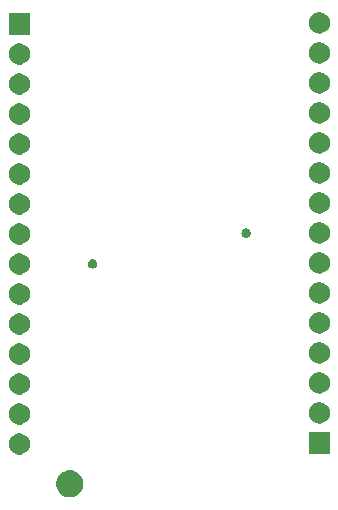
<source format=gbr>
G04 #@! TF.GenerationSoftware,KiCad,Pcbnew,(5.1.6)-1*
G04 #@! TF.CreationDate,2020-12-13T19:23:20+01:00*
G04 #@! TF.ProjectId,ACM Breakout,41434d20-4272-4656-916b-6f75742e6b69,rev?*
G04 #@! TF.SameCoordinates,Original*
G04 #@! TF.FileFunction,Soldermask,Bot*
G04 #@! TF.FilePolarity,Negative*
%FSLAX46Y46*%
G04 Gerber Fmt 4.6, Leading zero omitted, Abs format (unit mm)*
G04 Created by KiCad (PCBNEW (5.1.6)-1) date 2020-12-13 19:23:20*
%MOMM*%
%LPD*%
G01*
G04 APERTURE LIST*
%ADD10C,0.100000*%
G04 APERTURE END LIST*
D10*
G36*
X-8197451Y-18783116D02*
G01*
X-8086266Y-18805232D01*
X-7876797Y-18891997D01*
X-7688280Y-19017960D01*
X-7527960Y-19178280D01*
X-7401997Y-19366797D01*
X-7315232Y-19576266D01*
X-7271000Y-19798636D01*
X-7271000Y-20025364D01*
X-7315232Y-20247734D01*
X-7401997Y-20457203D01*
X-7527960Y-20645720D01*
X-7688280Y-20806040D01*
X-7876797Y-20932003D01*
X-8086266Y-21018768D01*
X-8197451Y-21040884D01*
X-8308635Y-21063000D01*
X-8535365Y-21063000D01*
X-8646549Y-21040884D01*
X-8757734Y-21018768D01*
X-8967203Y-20932003D01*
X-9155720Y-20806040D01*
X-9316040Y-20645720D01*
X-9442003Y-20457203D01*
X-9528768Y-20247734D01*
X-9573000Y-20025364D01*
X-9573000Y-19798636D01*
X-9528768Y-19576266D01*
X-9442003Y-19366797D01*
X-9316040Y-19178280D01*
X-9155720Y-19017960D01*
X-8967203Y-18891997D01*
X-8757734Y-18805232D01*
X-8646549Y-18783116D01*
X-8535365Y-18761000D01*
X-8308635Y-18761000D01*
X-8197451Y-18783116D01*
G37*
G36*
X-12586488Y-15663927D02*
G01*
X-12437188Y-15693624D01*
X-12273216Y-15761544D01*
X-12125646Y-15860147D01*
X-12000147Y-15985646D01*
X-11901544Y-16133216D01*
X-11833624Y-16297188D01*
X-11799000Y-16471259D01*
X-11799000Y-16648741D01*
X-11833624Y-16822812D01*
X-11901544Y-16986784D01*
X-12000147Y-17134354D01*
X-12125646Y-17259853D01*
X-12273216Y-17358456D01*
X-12437188Y-17426376D01*
X-12586488Y-17456073D01*
X-12611258Y-17461000D01*
X-12788742Y-17461000D01*
X-12813512Y-17456073D01*
X-12962812Y-17426376D01*
X-13126784Y-17358456D01*
X-13274354Y-17259853D01*
X-13399853Y-17134354D01*
X-13498456Y-16986784D01*
X-13566376Y-16822812D01*
X-13601000Y-16648741D01*
X-13601000Y-16471259D01*
X-13566376Y-16297188D01*
X-13498456Y-16133216D01*
X-13399853Y-15985646D01*
X-13274354Y-15860147D01*
X-13126784Y-15761544D01*
X-12962812Y-15693624D01*
X-12813512Y-15663927D01*
X-12788742Y-15659000D01*
X-12611258Y-15659000D01*
X-12586488Y-15663927D01*
G37*
G36*
X13601000Y-17361000D02*
G01*
X11799000Y-17361000D01*
X11799000Y-15559000D01*
X13601000Y-15559000D01*
X13601000Y-17361000D01*
G37*
G36*
X-12598469Y-13121544D02*
G01*
X-12437188Y-13153624D01*
X-12273216Y-13221544D01*
X-12125646Y-13320147D01*
X-12000147Y-13445646D01*
X-11901544Y-13593216D01*
X-11833624Y-13757188D01*
X-11799000Y-13931259D01*
X-11799000Y-14108741D01*
X-11833624Y-14282812D01*
X-11901544Y-14446784D01*
X-12000147Y-14594354D01*
X-12125646Y-14719853D01*
X-12273216Y-14818456D01*
X-12437188Y-14886376D01*
X-12586488Y-14916073D01*
X-12611258Y-14921000D01*
X-12788742Y-14921000D01*
X-12813512Y-14916073D01*
X-12962812Y-14886376D01*
X-13126784Y-14818456D01*
X-13274354Y-14719853D01*
X-13399853Y-14594354D01*
X-13498456Y-14446784D01*
X-13566376Y-14282812D01*
X-13601000Y-14108741D01*
X-13601000Y-13931259D01*
X-13566376Y-13757188D01*
X-13498456Y-13593216D01*
X-13399853Y-13445646D01*
X-13274354Y-13320147D01*
X-13126784Y-13221544D01*
X-12962812Y-13153624D01*
X-12801531Y-13121544D01*
X-12788742Y-13119000D01*
X-12611258Y-13119000D01*
X-12598469Y-13121544D01*
G37*
G36*
X12813512Y-13023927D02*
G01*
X12962812Y-13053624D01*
X13126784Y-13121544D01*
X13274354Y-13220147D01*
X13399853Y-13345646D01*
X13498456Y-13493216D01*
X13566376Y-13657188D01*
X13601000Y-13831259D01*
X13601000Y-14008741D01*
X13566376Y-14182812D01*
X13498456Y-14346784D01*
X13399853Y-14494354D01*
X13274354Y-14619853D01*
X13126784Y-14718456D01*
X12962812Y-14786376D01*
X12813512Y-14816073D01*
X12788742Y-14821000D01*
X12611258Y-14821000D01*
X12586488Y-14816073D01*
X12437188Y-14786376D01*
X12273216Y-14718456D01*
X12125646Y-14619853D01*
X12000147Y-14494354D01*
X11901544Y-14346784D01*
X11833624Y-14182812D01*
X11799000Y-14008741D01*
X11799000Y-13831259D01*
X11833624Y-13657188D01*
X11901544Y-13493216D01*
X12000147Y-13345646D01*
X12125646Y-13220147D01*
X12273216Y-13121544D01*
X12437188Y-13053624D01*
X12586488Y-13023927D01*
X12611258Y-13019000D01*
X12788742Y-13019000D01*
X12813512Y-13023927D01*
G37*
G36*
X-12598469Y-10581544D02*
G01*
X-12437188Y-10613624D01*
X-12273216Y-10681544D01*
X-12125646Y-10780147D01*
X-12000147Y-10905646D01*
X-11901544Y-11053216D01*
X-11833624Y-11217188D01*
X-11799000Y-11391259D01*
X-11799000Y-11568741D01*
X-11833624Y-11742812D01*
X-11901544Y-11906784D01*
X-12000147Y-12054354D01*
X-12125646Y-12179853D01*
X-12273216Y-12278456D01*
X-12437188Y-12346376D01*
X-12586488Y-12376073D01*
X-12611258Y-12381000D01*
X-12788742Y-12381000D01*
X-12813512Y-12376073D01*
X-12962812Y-12346376D01*
X-13126784Y-12278456D01*
X-13274354Y-12179853D01*
X-13399853Y-12054354D01*
X-13498456Y-11906784D01*
X-13566376Y-11742812D01*
X-13601000Y-11568741D01*
X-13601000Y-11391259D01*
X-13566376Y-11217188D01*
X-13498456Y-11053216D01*
X-13399853Y-10905646D01*
X-13274354Y-10780147D01*
X-13126784Y-10681544D01*
X-12962812Y-10613624D01*
X-12801531Y-10581544D01*
X-12788742Y-10579000D01*
X-12611258Y-10579000D01*
X-12598469Y-10581544D01*
G37*
G36*
X12813512Y-10483927D02*
G01*
X12962812Y-10513624D01*
X13126784Y-10581544D01*
X13274354Y-10680147D01*
X13399853Y-10805646D01*
X13498456Y-10953216D01*
X13566376Y-11117188D01*
X13601000Y-11291259D01*
X13601000Y-11468741D01*
X13566376Y-11642812D01*
X13498456Y-11806784D01*
X13399853Y-11954354D01*
X13274354Y-12079853D01*
X13126784Y-12178456D01*
X12962812Y-12246376D01*
X12813512Y-12276073D01*
X12788742Y-12281000D01*
X12611258Y-12281000D01*
X12586488Y-12276073D01*
X12437188Y-12246376D01*
X12273216Y-12178456D01*
X12125646Y-12079853D01*
X12000147Y-11954354D01*
X11901544Y-11806784D01*
X11833624Y-11642812D01*
X11799000Y-11468741D01*
X11799000Y-11291259D01*
X11833624Y-11117188D01*
X11901544Y-10953216D01*
X12000147Y-10805646D01*
X12125646Y-10680147D01*
X12273216Y-10581544D01*
X12437188Y-10513624D01*
X12586488Y-10483927D01*
X12611258Y-10479000D01*
X12788742Y-10479000D01*
X12813512Y-10483927D01*
G37*
G36*
X-12598469Y-8041544D02*
G01*
X-12437188Y-8073624D01*
X-12273216Y-8141544D01*
X-12125646Y-8240147D01*
X-12000147Y-8365646D01*
X-11901544Y-8513216D01*
X-11833624Y-8677188D01*
X-11799000Y-8851259D01*
X-11799000Y-9028741D01*
X-11833624Y-9202812D01*
X-11901544Y-9366784D01*
X-12000147Y-9514354D01*
X-12125646Y-9639853D01*
X-12273216Y-9738456D01*
X-12437188Y-9806376D01*
X-12586488Y-9836073D01*
X-12611258Y-9841000D01*
X-12788742Y-9841000D01*
X-12813512Y-9836073D01*
X-12962812Y-9806376D01*
X-13126784Y-9738456D01*
X-13274354Y-9639853D01*
X-13399853Y-9514354D01*
X-13498456Y-9366784D01*
X-13566376Y-9202812D01*
X-13601000Y-9028741D01*
X-13601000Y-8851259D01*
X-13566376Y-8677188D01*
X-13498456Y-8513216D01*
X-13399853Y-8365646D01*
X-13274354Y-8240147D01*
X-13126784Y-8141544D01*
X-12962812Y-8073624D01*
X-12801531Y-8041544D01*
X-12788742Y-8039000D01*
X-12611258Y-8039000D01*
X-12598469Y-8041544D01*
G37*
G36*
X12813512Y-7943927D02*
G01*
X12962812Y-7973624D01*
X13126784Y-8041544D01*
X13274354Y-8140147D01*
X13399853Y-8265646D01*
X13498456Y-8413216D01*
X13566376Y-8577188D01*
X13601000Y-8751259D01*
X13601000Y-8928741D01*
X13566376Y-9102812D01*
X13498456Y-9266784D01*
X13399853Y-9414354D01*
X13274354Y-9539853D01*
X13126784Y-9638456D01*
X12962812Y-9706376D01*
X12813512Y-9736073D01*
X12788742Y-9741000D01*
X12611258Y-9741000D01*
X12586488Y-9736073D01*
X12437188Y-9706376D01*
X12273216Y-9638456D01*
X12125646Y-9539853D01*
X12000147Y-9414354D01*
X11901544Y-9266784D01*
X11833624Y-9102812D01*
X11799000Y-8928741D01*
X11799000Y-8751259D01*
X11833624Y-8577188D01*
X11901544Y-8413216D01*
X12000147Y-8265646D01*
X12125646Y-8140147D01*
X12273216Y-8041544D01*
X12437188Y-7973624D01*
X12586488Y-7943927D01*
X12611258Y-7939000D01*
X12788742Y-7939000D01*
X12813512Y-7943927D01*
G37*
G36*
X-12598469Y-5501544D02*
G01*
X-12437188Y-5533624D01*
X-12273216Y-5601544D01*
X-12125646Y-5700147D01*
X-12000147Y-5825646D01*
X-11901544Y-5973216D01*
X-11833624Y-6137188D01*
X-11799000Y-6311259D01*
X-11799000Y-6488741D01*
X-11833624Y-6662812D01*
X-11901544Y-6826784D01*
X-12000147Y-6974354D01*
X-12125646Y-7099853D01*
X-12273216Y-7198456D01*
X-12437188Y-7266376D01*
X-12586488Y-7296073D01*
X-12611258Y-7301000D01*
X-12788742Y-7301000D01*
X-12813512Y-7296073D01*
X-12962812Y-7266376D01*
X-13126784Y-7198456D01*
X-13274354Y-7099853D01*
X-13399853Y-6974354D01*
X-13498456Y-6826784D01*
X-13566376Y-6662812D01*
X-13601000Y-6488741D01*
X-13601000Y-6311259D01*
X-13566376Y-6137188D01*
X-13498456Y-5973216D01*
X-13399853Y-5825646D01*
X-13274354Y-5700147D01*
X-13126784Y-5601544D01*
X-12962812Y-5533624D01*
X-12801531Y-5501544D01*
X-12788742Y-5499000D01*
X-12611258Y-5499000D01*
X-12598469Y-5501544D01*
G37*
G36*
X12813512Y-5403927D02*
G01*
X12962812Y-5433624D01*
X13126784Y-5501544D01*
X13274354Y-5600147D01*
X13399853Y-5725646D01*
X13498456Y-5873216D01*
X13566376Y-6037188D01*
X13601000Y-6211259D01*
X13601000Y-6388741D01*
X13566376Y-6562812D01*
X13498456Y-6726784D01*
X13399853Y-6874354D01*
X13274354Y-6999853D01*
X13126784Y-7098456D01*
X12962812Y-7166376D01*
X12813512Y-7196073D01*
X12788742Y-7201000D01*
X12611258Y-7201000D01*
X12586488Y-7196073D01*
X12437188Y-7166376D01*
X12273216Y-7098456D01*
X12125646Y-6999853D01*
X12000147Y-6874354D01*
X11901544Y-6726784D01*
X11833624Y-6562812D01*
X11799000Y-6388741D01*
X11799000Y-6211259D01*
X11833624Y-6037188D01*
X11901544Y-5873216D01*
X12000147Y-5725646D01*
X12125646Y-5600147D01*
X12273216Y-5501544D01*
X12437188Y-5433624D01*
X12586488Y-5403927D01*
X12611258Y-5399000D01*
X12788742Y-5399000D01*
X12813512Y-5403927D01*
G37*
G36*
X-12598469Y-2961544D02*
G01*
X-12437188Y-2993624D01*
X-12273216Y-3061544D01*
X-12125646Y-3160147D01*
X-12000147Y-3285646D01*
X-11901544Y-3433216D01*
X-11833624Y-3597188D01*
X-11799000Y-3771259D01*
X-11799000Y-3948741D01*
X-11833624Y-4122812D01*
X-11901544Y-4286784D01*
X-12000147Y-4434354D01*
X-12125646Y-4559853D01*
X-12273216Y-4658456D01*
X-12437188Y-4726376D01*
X-12586488Y-4756073D01*
X-12611258Y-4761000D01*
X-12788742Y-4761000D01*
X-12813512Y-4756073D01*
X-12962812Y-4726376D01*
X-13126784Y-4658456D01*
X-13274354Y-4559853D01*
X-13399853Y-4434354D01*
X-13498456Y-4286784D01*
X-13566376Y-4122812D01*
X-13601000Y-3948741D01*
X-13601000Y-3771259D01*
X-13566376Y-3597188D01*
X-13498456Y-3433216D01*
X-13399853Y-3285646D01*
X-13274354Y-3160147D01*
X-13126784Y-3061544D01*
X-12962812Y-2993624D01*
X-12801531Y-2961544D01*
X-12788742Y-2959000D01*
X-12611258Y-2959000D01*
X-12598469Y-2961544D01*
G37*
G36*
X12813512Y-2863927D02*
G01*
X12962812Y-2893624D01*
X13126784Y-2961544D01*
X13274354Y-3060147D01*
X13399853Y-3185646D01*
X13498456Y-3333216D01*
X13566376Y-3497188D01*
X13601000Y-3671259D01*
X13601000Y-3848741D01*
X13566376Y-4022812D01*
X13498456Y-4186784D01*
X13399853Y-4334354D01*
X13274354Y-4459853D01*
X13126784Y-4558456D01*
X12962812Y-4626376D01*
X12813512Y-4656073D01*
X12788742Y-4661000D01*
X12611258Y-4661000D01*
X12586488Y-4656073D01*
X12437188Y-4626376D01*
X12273216Y-4558456D01*
X12125646Y-4459853D01*
X12000147Y-4334354D01*
X11901544Y-4186784D01*
X11833624Y-4022812D01*
X11799000Y-3848741D01*
X11799000Y-3671259D01*
X11833624Y-3497188D01*
X11901544Y-3333216D01*
X12000147Y-3185646D01*
X12125646Y-3060147D01*
X12273216Y-2961544D01*
X12437188Y-2893624D01*
X12586488Y-2863927D01*
X12611258Y-2859000D01*
X12788742Y-2859000D01*
X12813512Y-2863927D01*
G37*
G36*
X-12598469Y-421544D02*
G01*
X-12437188Y-453624D01*
X-12273216Y-521544D01*
X-12125646Y-620147D01*
X-12000147Y-745646D01*
X-11901544Y-893216D01*
X-11833624Y-1057188D01*
X-11799000Y-1231259D01*
X-11799000Y-1408741D01*
X-11833624Y-1582812D01*
X-11901544Y-1746784D01*
X-12000147Y-1894354D01*
X-12125646Y-2019853D01*
X-12273216Y-2118456D01*
X-12437188Y-2186376D01*
X-12586488Y-2216073D01*
X-12611258Y-2221000D01*
X-12788742Y-2221000D01*
X-12813512Y-2216073D01*
X-12962812Y-2186376D01*
X-13126784Y-2118456D01*
X-13274354Y-2019853D01*
X-13399853Y-1894354D01*
X-13498456Y-1746784D01*
X-13566376Y-1582812D01*
X-13601000Y-1408741D01*
X-13601000Y-1231259D01*
X-13566376Y-1057188D01*
X-13498456Y-893216D01*
X-13399853Y-745646D01*
X-13274354Y-620147D01*
X-13126784Y-521544D01*
X-12962812Y-453624D01*
X-12801531Y-421544D01*
X-12788742Y-419000D01*
X-12611258Y-419000D01*
X-12598469Y-421544D01*
G37*
G36*
X12813512Y-323927D02*
G01*
X12962812Y-353624D01*
X13126784Y-421544D01*
X13274354Y-520147D01*
X13399853Y-645646D01*
X13498456Y-793216D01*
X13566376Y-957188D01*
X13601000Y-1131259D01*
X13601000Y-1308741D01*
X13566376Y-1482812D01*
X13498456Y-1646784D01*
X13399853Y-1794354D01*
X13274354Y-1919853D01*
X13126784Y-2018456D01*
X12962812Y-2086376D01*
X12813512Y-2116073D01*
X12788742Y-2121000D01*
X12611258Y-2121000D01*
X12586488Y-2116073D01*
X12437188Y-2086376D01*
X12273216Y-2018456D01*
X12125646Y-1919853D01*
X12000147Y-1794354D01*
X11901544Y-1646784D01*
X11833624Y-1482812D01*
X11799000Y-1308741D01*
X11799000Y-1131259D01*
X11833624Y-957188D01*
X11901544Y-793216D01*
X12000147Y-645646D01*
X12125646Y-520147D01*
X12273216Y-421544D01*
X12437188Y-353624D01*
X12586488Y-323927D01*
X12611258Y-319000D01*
X12788742Y-319000D01*
X12813512Y-323927D01*
G37*
G36*
X-6421769Y-906705D02*
G01*
X-6383033Y-914410D01*
X-6352805Y-926931D01*
X-6310056Y-944638D01*
X-6244378Y-988523D01*
X-6188523Y-1044378D01*
X-6144638Y-1110056D01*
X-6114410Y-1183034D01*
X-6099000Y-1260504D01*
X-6099000Y-1339496D01*
X-6114410Y-1416966D01*
X-6144638Y-1489944D01*
X-6188523Y-1555622D01*
X-6244378Y-1611477D01*
X-6310056Y-1655362D01*
X-6352805Y-1673069D01*
X-6383033Y-1685590D01*
X-6421769Y-1693295D01*
X-6460504Y-1701000D01*
X-6539496Y-1701000D01*
X-6578231Y-1693295D01*
X-6616967Y-1685590D01*
X-6647195Y-1673069D01*
X-6689944Y-1655362D01*
X-6755622Y-1611477D01*
X-6811477Y-1555622D01*
X-6855362Y-1489944D01*
X-6885590Y-1416966D01*
X-6901000Y-1339496D01*
X-6901000Y-1260504D01*
X-6885590Y-1183034D01*
X-6855362Y-1110056D01*
X-6811477Y-1044378D01*
X-6755622Y-988523D01*
X-6689944Y-944638D01*
X-6647195Y-926931D01*
X-6616967Y-914410D01*
X-6578231Y-906705D01*
X-6539496Y-899000D01*
X-6460504Y-899000D01*
X-6421769Y-906705D01*
G37*
G36*
X-12598469Y2118456D02*
G01*
X-12437188Y2086376D01*
X-12273216Y2018456D01*
X-12125646Y1919853D01*
X-12000147Y1794354D01*
X-11901544Y1646784D01*
X-11833624Y1482812D01*
X-11799000Y1308741D01*
X-11799000Y1131259D01*
X-11833624Y957188D01*
X-11901544Y793216D01*
X-12000147Y645646D01*
X-12125646Y520147D01*
X-12273216Y421544D01*
X-12437188Y353624D01*
X-12586488Y323927D01*
X-12611258Y319000D01*
X-12788742Y319000D01*
X-12813512Y323927D01*
X-12962812Y353624D01*
X-13126784Y421544D01*
X-13274354Y520147D01*
X-13399853Y645646D01*
X-13498456Y793216D01*
X-13566376Y957188D01*
X-13601000Y1131259D01*
X-13601000Y1308741D01*
X-13566376Y1482812D01*
X-13498456Y1646784D01*
X-13399853Y1794354D01*
X-13274354Y1919853D01*
X-13126784Y2018456D01*
X-12962812Y2086376D01*
X-12801531Y2118456D01*
X-12788742Y2121000D01*
X-12611258Y2121000D01*
X-12598469Y2118456D01*
G37*
G36*
X12813512Y2216073D02*
G01*
X12962812Y2186376D01*
X13126784Y2118456D01*
X13274354Y2019853D01*
X13399853Y1894354D01*
X13498456Y1746784D01*
X13566376Y1582812D01*
X13601000Y1408741D01*
X13601000Y1231259D01*
X13566376Y1057188D01*
X13498456Y893216D01*
X13399853Y745646D01*
X13274354Y620147D01*
X13126784Y521544D01*
X12962812Y453624D01*
X12813512Y423927D01*
X12788742Y419000D01*
X12611258Y419000D01*
X12586488Y423927D01*
X12437188Y453624D01*
X12273216Y521544D01*
X12125646Y620147D01*
X12000147Y745646D01*
X11901544Y893216D01*
X11833624Y1057188D01*
X11799000Y1231259D01*
X11799000Y1408741D01*
X11833624Y1582812D01*
X11901544Y1746784D01*
X12000147Y1894354D01*
X12125646Y2019853D01*
X12273216Y2118456D01*
X12437188Y2186376D01*
X12586488Y2216073D01*
X12611258Y2221000D01*
X12788742Y2221000D01*
X12813512Y2216073D01*
G37*
G36*
X6578231Y1693295D02*
G01*
X6616967Y1685590D01*
X6647195Y1673069D01*
X6689944Y1655362D01*
X6755622Y1611477D01*
X6811477Y1555622D01*
X6855362Y1489944D01*
X6885590Y1416966D01*
X6901000Y1339496D01*
X6901000Y1260504D01*
X6885590Y1183034D01*
X6855362Y1110056D01*
X6811477Y1044378D01*
X6755622Y988523D01*
X6689944Y944638D01*
X6647195Y926931D01*
X6616967Y914410D01*
X6578231Y906705D01*
X6539496Y899000D01*
X6460504Y899000D01*
X6421769Y906705D01*
X6383033Y914410D01*
X6352805Y926931D01*
X6310056Y944638D01*
X6244378Y988523D01*
X6188523Y1044378D01*
X6144638Y1110056D01*
X6114410Y1183034D01*
X6099000Y1260504D01*
X6099000Y1339496D01*
X6114410Y1416966D01*
X6144638Y1489944D01*
X6188523Y1555622D01*
X6244378Y1611477D01*
X6310056Y1655362D01*
X6352805Y1673069D01*
X6383033Y1685590D01*
X6421769Y1693295D01*
X6460504Y1701000D01*
X6539496Y1701000D01*
X6578231Y1693295D01*
G37*
G36*
X-12598469Y4658456D02*
G01*
X-12437188Y4626376D01*
X-12273216Y4558456D01*
X-12125646Y4459853D01*
X-12000147Y4334354D01*
X-11901544Y4186784D01*
X-11833624Y4022812D01*
X-11799000Y3848741D01*
X-11799000Y3671259D01*
X-11833624Y3497188D01*
X-11901544Y3333216D01*
X-12000147Y3185646D01*
X-12125646Y3060147D01*
X-12273216Y2961544D01*
X-12437188Y2893624D01*
X-12586488Y2863927D01*
X-12611258Y2859000D01*
X-12788742Y2859000D01*
X-12813512Y2863927D01*
X-12962812Y2893624D01*
X-13126784Y2961544D01*
X-13274354Y3060147D01*
X-13399853Y3185646D01*
X-13498456Y3333216D01*
X-13566376Y3497188D01*
X-13601000Y3671259D01*
X-13601000Y3848741D01*
X-13566376Y4022812D01*
X-13498456Y4186784D01*
X-13399853Y4334354D01*
X-13274354Y4459853D01*
X-13126784Y4558456D01*
X-12962812Y4626376D01*
X-12801531Y4658456D01*
X-12788742Y4661000D01*
X-12611258Y4661000D01*
X-12598469Y4658456D01*
G37*
G36*
X12813512Y4756073D02*
G01*
X12962812Y4726376D01*
X13126784Y4658456D01*
X13274354Y4559853D01*
X13399853Y4434354D01*
X13498456Y4286784D01*
X13566376Y4122812D01*
X13601000Y3948741D01*
X13601000Y3771259D01*
X13566376Y3597188D01*
X13498456Y3433216D01*
X13399853Y3285646D01*
X13274354Y3160147D01*
X13126784Y3061544D01*
X12962812Y2993624D01*
X12813512Y2963927D01*
X12788742Y2959000D01*
X12611258Y2959000D01*
X12586488Y2963927D01*
X12437188Y2993624D01*
X12273216Y3061544D01*
X12125646Y3160147D01*
X12000147Y3285646D01*
X11901544Y3433216D01*
X11833624Y3597188D01*
X11799000Y3771259D01*
X11799000Y3948741D01*
X11833624Y4122812D01*
X11901544Y4286784D01*
X12000147Y4434354D01*
X12125646Y4559853D01*
X12273216Y4658456D01*
X12437188Y4726376D01*
X12586488Y4756073D01*
X12611258Y4761000D01*
X12788742Y4761000D01*
X12813512Y4756073D01*
G37*
G36*
X-12598469Y7198456D02*
G01*
X-12437188Y7166376D01*
X-12273216Y7098456D01*
X-12125646Y6999853D01*
X-12000147Y6874354D01*
X-11901544Y6726784D01*
X-11833624Y6562812D01*
X-11799000Y6388741D01*
X-11799000Y6211259D01*
X-11833624Y6037188D01*
X-11901544Y5873216D01*
X-12000147Y5725646D01*
X-12125646Y5600147D01*
X-12273216Y5501544D01*
X-12437188Y5433624D01*
X-12586488Y5403927D01*
X-12611258Y5399000D01*
X-12788742Y5399000D01*
X-12813512Y5403927D01*
X-12962812Y5433624D01*
X-13126784Y5501544D01*
X-13274354Y5600147D01*
X-13399853Y5725646D01*
X-13498456Y5873216D01*
X-13566376Y6037188D01*
X-13601000Y6211259D01*
X-13601000Y6388741D01*
X-13566376Y6562812D01*
X-13498456Y6726784D01*
X-13399853Y6874354D01*
X-13274354Y6999853D01*
X-13126784Y7098456D01*
X-12962812Y7166376D01*
X-12801531Y7198456D01*
X-12788742Y7201000D01*
X-12611258Y7201000D01*
X-12598469Y7198456D01*
G37*
G36*
X12813512Y7296073D02*
G01*
X12962812Y7266376D01*
X13126784Y7198456D01*
X13274354Y7099853D01*
X13399853Y6974354D01*
X13498456Y6826784D01*
X13566376Y6662812D01*
X13601000Y6488741D01*
X13601000Y6311259D01*
X13566376Y6137188D01*
X13498456Y5973216D01*
X13399853Y5825646D01*
X13274354Y5700147D01*
X13126784Y5601544D01*
X12962812Y5533624D01*
X12813512Y5503927D01*
X12788742Y5499000D01*
X12611258Y5499000D01*
X12586488Y5503927D01*
X12437188Y5533624D01*
X12273216Y5601544D01*
X12125646Y5700147D01*
X12000147Y5825646D01*
X11901544Y5973216D01*
X11833624Y6137188D01*
X11799000Y6311259D01*
X11799000Y6488741D01*
X11833624Y6662812D01*
X11901544Y6826784D01*
X12000147Y6974354D01*
X12125646Y7099853D01*
X12273216Y7198456D01*
X12437188Y7266376D01*
X12586488Y7296073D01*
X12611258Y7301000D01*
X12788742Y7301000D01*
X12813512Y7296073D01*
G37*
G36*
X-12598469Y9738456D02*
G01*
X-12437188Y9706376D01*
X-12273216Y9638456D01*
X-12125646Y9539853D01*
X-12000147Y9414354D01*
X-11901544Y9266784D01*
X-11833624Y9102812D01*
X-11799000Y8928741D01*
X-11799000Y8751259D01*
X-11833624Y8577188D01*
X-11901544Y8413216D01*
X-12000147Y8265646D01*
X-12125646Y8140147D01*
X-12273216Y8041544D01*
X-12437188Y7973624D01*
X-12586488Y7943927D01*
X-12611258Y7939000D01*
X-12788742Y7939000D01*
X-12813512Y7943927D01*
X-12962812Y7973624D01*
X-13126784Y8041544D01*
X-13274354Y8140147D01*
X-13399853Y8265646D01*
X-13498456Y8413216D01*
X-13566376Y8577188D01*
X-13601000Y8751259D01*
X-13601000Y8928741D01*
X-13566376Y9102812D01*
X-13498456Y9266784D01*
X-13399853Y9414354D01*
X-13274354Y9539853D01*
X-13126784Y9638456D01*
X-12962812Y9706376D01*
X-12801531Y9738456D01*
X-12788742Y9741000D01*
X-12611258Y9741000D01*
X-12598469Y9738456D01*
G37*
G36*
X12813512Y9836073D02*
G01*
X12962812Y9806376D01*
X13126784Y9738456D01*
X13274354Y9639853D01*
X13399853Y9514354D01*
X13498456Y9366784D01*
X13566376Y9202812D01*
X13601000Y9028741D01*
X13601000Y8851259D01*
X13566376Y8677188D01*
X13498456Y8513216D01*
X13399853Y8365646D01*
X13274354Y8240147D01*
X13126784Y8141544D01*
X12962812Y8073624D01*
X12813512Y8043927D01*
X12788742Y8039000D01*
X12611258Y8039000D01*
X12586488Y8043927D01*
X12437188Y8073624D01*
X12273216Y8141544D01*
X12125646Y8240147D01*
X12000147Y8365646D01*
X11901544Y8513216D01*
X11833624Y8677188D01*
X11799000Y8851259D01*
X11799000Y9028741D01*
X11833624Y9202812D01*
X11901544Y9366784D01*
X12000147Y9514354D01*
X12125646Y9639853D01*
X12273216Y9738456D01*
X12437188Y9806376D01*
X12586488Y9836073D01*
X12611258Y9841000D01*
X12788742Y9841000D01*
X12813512Y9836073D01*
G37*
G36*
X-12598469Y12278456D02*
G01*
X-12437188Y12246376D01*
X-12273216Y12178456D01*
X-12125646Y12079853D01*
X-12000147Y11954354D01*
X-11901544Y11806784D01*
X-11833624Y11642812D01*
X-11799000Y11468741D01*
X-11799000Y11291259D01*
X-11833624Y11117188D01*
X-11901544Y10953216D01*
X-12000147Y10805646D01*
X-12125646Y10680147D01*
X-12273216Y10581544D01*
X-12437188Y10513624D01*
X-12586488Y10483927D01*
X-12611258Y10479000D01*
X-12788742Y10479000D01*
X-12813512Y10483927D01*
X-12962812Y10513624D01*
X-13126784Y10581544D01*
X-13274354Y10680147D01*
X-13399853Y10805646D01*
X-13498456Y10953216D01*
X-13566376Y11117188D01*
X-13601000Y11291259D01*
X-13601000Y11468741D01*
X-13566376Y11642812D01*
X-13498456Y11806784D01*
X-13399853Y11954354D01*
X-13274354Y12079853D01*
X-13126784Y12178456D01*
X-12962812Y12246376D01*
X-12801531Y12278456D01*
X-12788742Y12281000D01*
X-12611258Y12281000D01*
X-12598469Y12278456D01*
G37*
G36*
X12813512Y12376073D02*
G01*
X12962812Y12346376D01*
X13126784Y12278456D01*
X13274354Y12179853D01*
X13399853Y12054354D01*
X13498456Y11906784D01*
X13566376Y11742812D01*
X13601000Y11568741D01*
X13601000Y11391259D01*
X13566376Y11217188D01*
X13498456Y11053216D01*
X13399853Y10905646D01*
X13274354Y10780147D01*
X13126784Y10681544D01*
X12962812Y10613624D01*
X12813512Y10583927D01*
X12788742Y10579000D01*
X12611258Y10579000D01*
X12586488Y10583927D01*
X12437188Y10613624D01*
X12273216Y10681544D01*
X12125646Y10780147D01*
X12000147Y10905646D01*
X11901544Y11053216D01*
X11833624Y11217188D01*
X11799000Y11391259D01*
X11799000Y11568741D01*
X11833624Y11742812D01*
X11901544Y11906784D01*
X12000147Y12054354D01*
X12125646Y12179853D01*
X12273216Y12278456D01*
X12437188Y12346376D01*
X12586488Y12376073D01*
X12611258Y12381000D01*
X12788742Y12381000D01*
X12813512Y12376073D01*
G37*
G36*
X-12598469Y14818456D02*
G01*
X-12437188Y14786376D01*
X-12273216Y14718456D01*
X-12125646Y14619853D01*
X-12000147Y14494354D01*
X-11901544Y14346784D01*
X-11833624Y14182812D01*
X-11799000Y14008741D01*
X-11799000Y13831259D01*
X-11833624Y13657188D01*
X-11901544Y13493216D01*
X-12000147Y13345646D01*
X-12125646Y13220147D01*
X-12273216Y13121544D01*
X-12437188Y13053624D01*
X-12586488Y13023927D01*
X-12611258Y13019000D01*
X-12788742Y13019000D01*
X-12813512Y13023927D01*
X-12962812Y13053624D01*
X-13126784Y13121544D01*
X-13274354Y13220147D01*
X-13399853Y13345646D01*
X-13498456Y13493216D01*
X-13566376Y13657188D01*
X-13601000Y13831259D01*
X-13601000Y14008741D01*
X-13566376Y14182812D01*
X-13498456Y14346784D01*
X-13399853Y14494354D01*
X-13274354Y14619853D01*
X-13126784Y14718456D01*
X-12962812Y14786376D01*
X-12801531Y14818456D01*
X-12788742Y14821000D01*
X-12611258Y14821000D01*
X-12598469Y14818456D01*
G37*
G36*
X12813512Y14916073D02*
G01*
X12962812Y14886376D01*
X13126784Y14818456D01*
X13274354Y14719853D01*
X13399853Y14594354D01*
X13498456Y14446784D01*
X13566376Y14282812D01*
X13601000Y14108741D01*
X13601000Y13931259D01*
X13566376Y13757188D01*
X13498456Y13593216D01*
X13399853Y13445646D01*
X13274354Y13320147D01*
X13126784Y13221544D01*
X12962812Y13153624D01*
X12813512Y13123927D01*
X12788742Y13119000D01*
X12611258Y13119000D01*
X12586488Y13123927D01*
X12437188Y13153624D01*
X12273216Y13221544D01*
X12125646Y13320147D01*
X12000147Y13445646D01*
X11901544Y13593216D01*
X11833624Y13757188D01*
X11799000Y13931259D01*
X11799000Y14108741D01*
X11833624Y14282812D01*
X11901544Y14446784D01*
X12000147Y14594354D01*
X12125646Y14719853D01*
X12273216Y14818456D01*
X12437188Y14886376D01*
X12586488Y14916073D01*
X12611258Y14921000D01*
X12788742Y14921000D01*
X12813512Y14916073D01*
G37*
G36*
X-12598469Y17358456D02*
G01*
X-12437188Y17326376D01*
X-12273216Y17258456D01*
X-12125646Y17159853D01*
X-12000147Y17034354D01*
X-11901544Y16886784D01*
X-11833624Y16722812D01*
X-11799000Y16548741D01*
X-11799000Y16371259D01*
X-11833624Y16197188D01*
X-11901544Y16033216D01*
X-12000147Y15885646D01*
X-12125646Y15760147D01*
X-12273216Y15661544D01*
X-12437188Y15593624D01*
X-12586488Y15563927D01*
X-12611258Y15559000D01*
X-12788742Y15559000D01*
X-12813512Y15563927D01*
X-12962812Y15593624D01*
X-13126784Y15661544D01*
X-13274354Y15760147D01*
X-13399853Y15885646D01*
X-13498456Y16033216D01*
X-13566376Y16197188D01*
X-13601000Y16371259D01*
X-13601000Y16548741D01*
X-13566376Y16722812D01*
X-13498456Y16886784D01*
X-13399853Y17034354D01*
X-13274354Y17159853D01*
X-13126784Y17258456D01*
X-12962812Y17326376D01*
X-12801531Y17358456D01*
X-12788742Y17361000D01*
X-12611258Y17361000D01*
X-12598469Y17358456D01*
G37*
G36*
X12813512Y17456073D02*
G01*
X12962812Y17426376D01*
X13126784Y17358456D01*
X13274354Y17259853D01*
X13399853Y17134354D01*
X13498456Y16986784D01*
X13566376Y16822812D01*
X13601000Y16648741D01*
X13601000Y16471259D01*
X13566376Y16297188D01*
X13498456Y16133216D01*
X13399853Y15985646D01*
X13274354Y15860147D01*
X13126784Y15761544D01*
X12962812Y15693624D01*
X12813512Y15663927D01*
X12788742Y15659000D01*
X12611258Y15659000D01*
X12586488Y15663927D01*
X12437188Y15693624D01*
X12273216Y15761544D01*
X12125646Y15860147D01*
X12000147Y15985646D01*
X11901544Y16133216D01*
X11833624Y16297188D01*
X11799000Y16471259D01*
X11799000Y16648741D01*
X11833624Y16822812D01*
X11901544Y16986784D01*
X12000147Y17134354D01*
X12125646Y17259853D01*
X12273216Y17358456D01*
X12437188Y17426376D01*
X12586488Y17456073D01*
X12611258Y17461000D01*
X12788742Y17461000D01*
X12813512Y17456073D01*
G37*
G36*
X-11799000Y18099000D02*
G01*
X-13601000Y18099000D01*
X-13601000Y19901000D01*
X-11799000Y19901000D01*
X-11799000Y18099000D01*
G37*
G36*
X12813512Y19996073D02*
G01*
X12962812Y19966376D01*
X13126784Y19898456D01*
X13274354Y19799853D01*
X13399853Y19674354D01*
X13498456Y19526784D01*
X13566376Y19362812D01*
X13601000Y19188741D01*
X13601000Y19011259D01*
X13566376Y18837188D01*
X13498456Y18673216D01*
X13399853Y18525646D01*
X13274354Y18400147D01*
X13126784Y18301544D01*
X12962812Y18233624D01*
X12813512Y18203927D01*
X12788742Y18199000D01*
X12611258Y18199000D01*
X12586488Y18203927D01*
X12437188Y18233624D01*
X12273216Y18301544D01*
X12125646Y18400147D01*
X12000147Y18525646D01*
X11901544Y18673216D01*
X11833624Y18837188D01*
X11799000Y19011259D01*
X11799000Y19188741D01*
X11833624Y19362812D01*
X11901544Y19526784D01*
X12000147Y19674354D01*
X12125646Y19799853D01*
X12273216Y19898456D01*
X12437188Y19966376D01*
X12586488Y19996073D01*
X12611258Y20001000D01*
X12788742Y20001000D01*
X12813512Y19996073D01*
G37*
M02*

</source>
